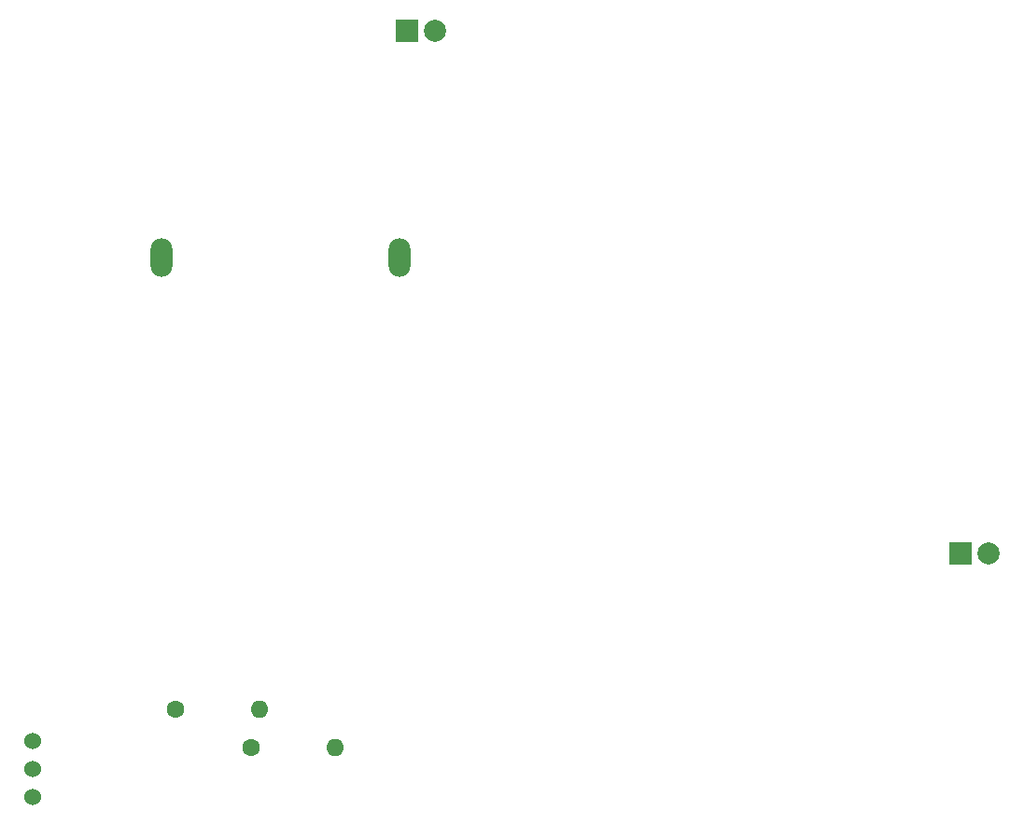
<source format=gbr>
%TF.GenerationSoftware,KiCad,Pcbnew,8.0.5*%
%TF.CreationDate,2025-02-18T12:13:13+00:00*%
%TF.ProjectId,robin,726f6269-6e2e-46b6-9963-61645f706362,v2*%
%TF.SameCoordinates,Original*%
%TF.FileFunction,Soldermask,Top*%
%TF.FilePolarity,Negative*%
%FSLAX46Y46*%
G04 Gerber Fmt 4.6, Leading zero omitted, Abs format (unit mm)*
G04 Created by KiCad (PCBNEW 8.0.5) date 2025-02-18 12:13:13*
%MOMM*%
%LPD*%
G01*
G04 APERTURE LIST*
%ADD10R,2.000000X2.000000*%
%ADD11C,2.000000*%
%ADD12C,1.600000*%
%ADD13O,1.600000X1.600000*%
%ADD14O,2.000000X3.500000*%
%ADD15C,1.524000*%
G04 APERTURE END LIST*
D10*
%TO.C,LED1*%
X145770600Y-63144400D03*
D11*
X148310600Y-63144400D03*
%TD*%
D10*
%TO.C,LED2*%
X195986400Y-110540800D03*
D11*
X198526400Y-110540800D03*
%TD*%
D12*
%TO.C,Resistor 1*%
X124739400Y-124714000D03*
D13*
X132359400Y-124714000D03*
%TD*%
D12*
%TO.C,Resistor 2*%
X131597400Y-128219200D03*
D13*
X139217400Y-128219200D03*
%TD*%
D14*
%TO.C,BAT1*%
X145110200Y-83769200D03*
X123510200Y-83769200D03*
%TD*%
D15*
%TO.C,Switch*%
X111836200Y-127584200D03*
X111836200Y-130124200D03*
X111836200Y-132664200D03*
%TD*%
M02*

</source>
